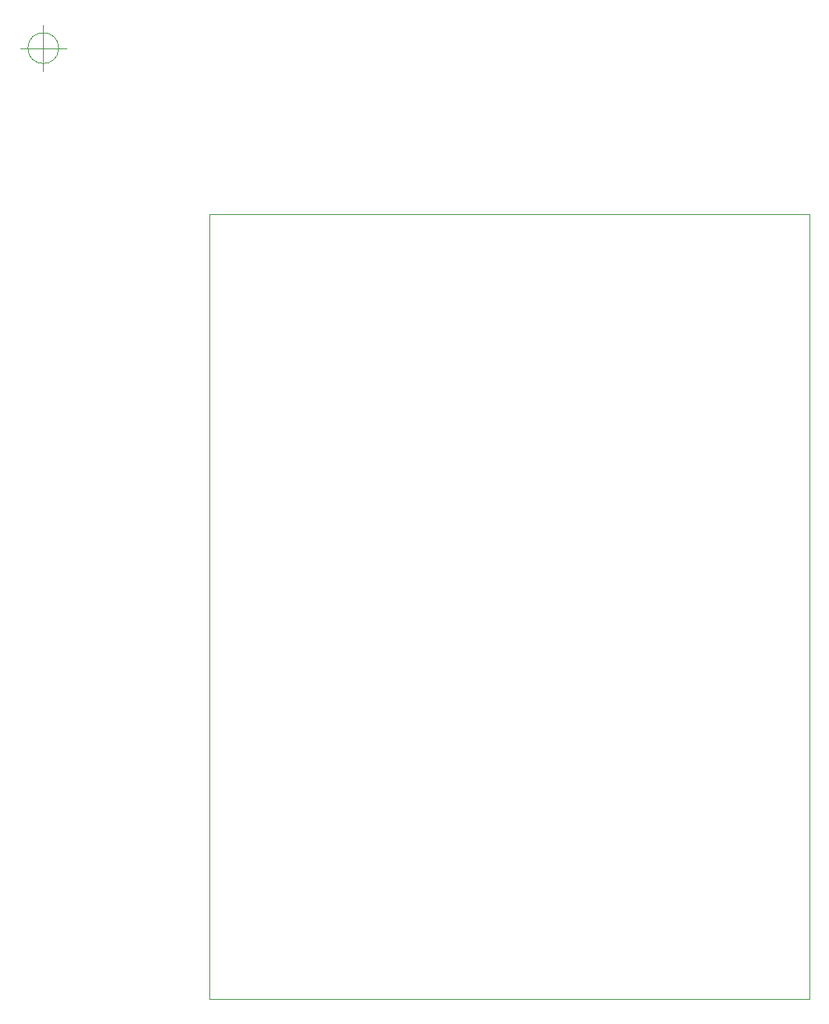
<source format=gbr>
%TF.GenerationSoftware,KiCad,Pcbnew,(6.0.7)*%
%TF.CreationDate,2025-03-09T22:25:54+09:00*%
%TF.ProjectId,Main_SMD_Controller,4d61696e-5f53-44d4-945f-436f6e74726f,rev?*%
%TF.SameCoordinates,Original*%
%TF.FileFunction,Profile,NP*%
%FSLAX46Y46*%
G04 Gerber Fmt 4.6, Leading zero omitted, Abs format (unit mm)*
G04 Created by KiCad (PCBNEW (6.0.7)) date 2025-03-09 22:25:54*
%MOMM*%
%LPD*%
G01*
G04 APERTURE LIST*
%TA.AperFunction,Profile*%
%ADD10C,0.100000*%
%TD*%
G04 APERTURE END LIST*
D10*
X30000000Y-30000000D02*
X95000000Y-30000000D01*
X95000000Y-30000000D02*
X95000000Y-115000000D01*
X95000000Y-115000000D02*
X30000000Y-115000000D01*
X30000000Y-115000000D02*
X30000000Y-30000000D01*
X13671666Y-11990000D02*
G75*
G03*
X13671666Y-11990000I-1666666J0D01*
G01*
X9505000Y-11990000D02*
X14505000Y-11990000D01*
X12005000Y-9490000D02*
X12005000Y-14490000D01*
M02*

</source>
